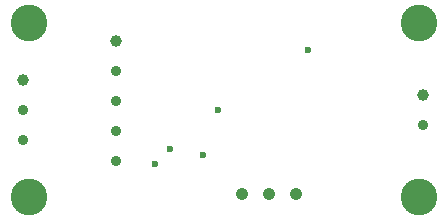
<source format=gbr>
G04 Generated by Ultiboard 14.2 *
%FSLAX24Y24*%
%MOIN*%

%ADD10C,0.0001*%
%ADD11C,0.0236*%
%ADD12C,0.1220*%
%ADD13C,0.0350*%
%ADD14C,0.0392*%
%ADD15C,0.0420*%


G04 ColorRGB 000000 for the following layer *
%LNDrill-Copper Top-Copper Bottom*%
%LPD*%
G54D11*
X8100Y34100D03*
X6500Y32800D03*
X6000Y32300D03*
X7600Y32600D03*
X11100Y36100D03*
G54D12*
X1800Y37000D03*
X1800Y31200D03*
X14800Y37000D03*
X14800Y31200D03*
G54D13*
X4700Y33400D03*
X4700Y35400D03*
X4700Y34400D03*
X4700Y32400D03*
X1600Y34100D03*
X1600Y33100D03*
X14950Y33600D03*
G54D14*
X4700Y36400D03*
X1600Y35100D03*
X14950Y34600D03*
G54D15*
X10700Y31300D03*
X9798Y31300D03*
X8897Y31300D03*

M02*

</source>
